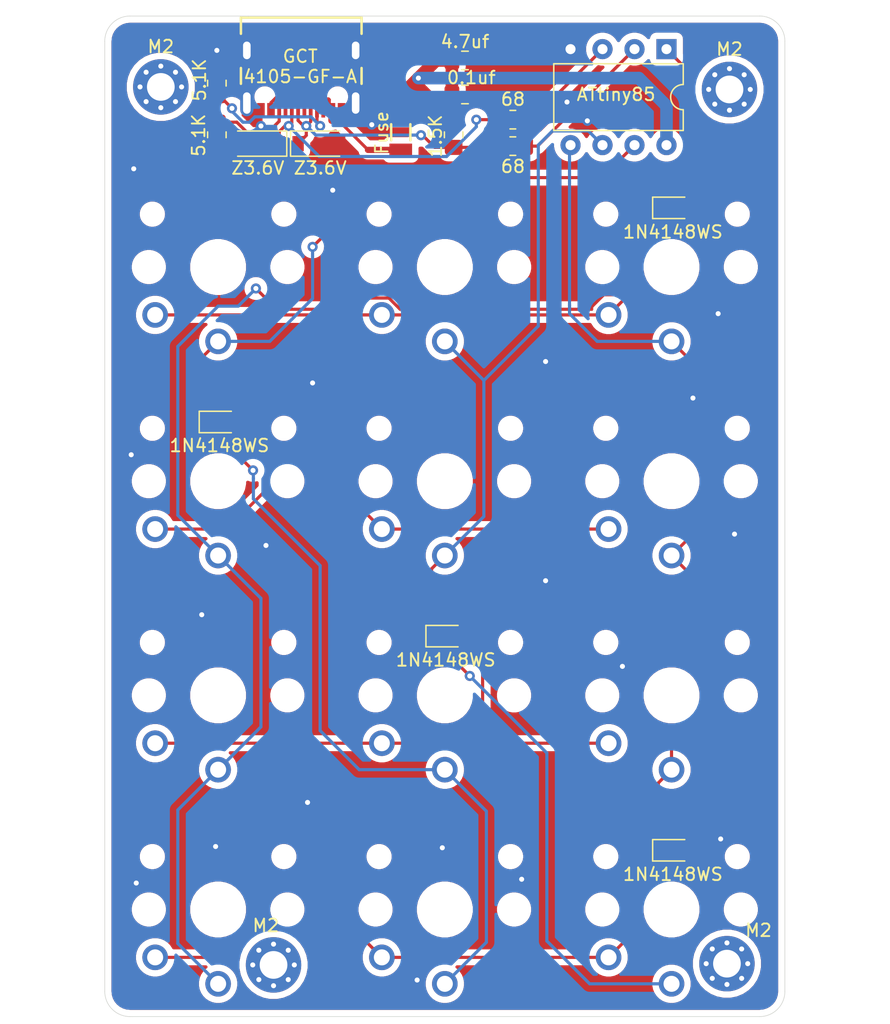
<source format=kicad_pcb>
(kicad_pcb (version 20171130) (host pcbnew "(5.1.10)-1")
  (layers (0 F.Cu signal) (31 B.Cu signal) (34 B.Paste user) (35 F.Paste user) (36 B.SilkS user) (37 F.SilkS user) (38 B.Mask user) (39 F.Mask user) (44 Edge.Cuts user))
  (net 0 "")
  (net 1 GND)
  (net 2 +5V)
  (net 3 "Net-(D3-Pad2)")
  (net 4 PB5)
  (net 5 "Net-(D4-Pad2)")
  (net 6 PB2)
  (net 7 "Net-(D5-Pad2)")
  (net 8 PB0)
  (net 9 "Net-(D6-Pad2)")
  (net 10 PB1)
  (net 11 PB3)
  (net 12 PB4)
  (net 13 D+)
  (net 14 D-)
  (net 15 VBUS)
  (net 16 "Net-(J1-PadA5)")
  (net 17 "Net-(J1-PadB5)")
  (module footprints:GCT_USB4105-GF-A (layer F.Cu) (at 67.9 91.5 180)
    (fp_text reference J1 hide)
    (fp_text value USB4105-GF-A)
    (fp_line (start -4.79 1.32) (end -4.79 2.6) (layer F.SilkS) (width 0.2))
    (fp_line (start -4.79 2.6) (end 4.79 2.6) (layer F.SilkS) (width 0.2))
    (fp_line (start 4.79 2.6) (end 4.79 1.32) (layer F.SilkS) (width 0.2))
    (fp_line (start -4.79 -2.65) (end -4.79 -1.4) (layer F.SilkS) (width 0.2))
    (fp_line (start 4.79 -2.65) (end 4.79 -1.4) (layer F.SilkS) (width 0.2))
    (pad B8 smd rect (at -1.75 -4.755 180) (size 0.3 1.15) (layers F.Cu F.Paste F.Mask))
    (pad A5 smd rect (at -1.25 -4.755 180) (size 0.3 1.15) (layers F.Cu F.Paste F.Mask) (net 16 "Net-(J1-PadA5)"))
    (pad B7 smd rect (at -0.75 -4.755 180) (size 0.3 1.15) (layers F.Cu F.Paste F.Mask) (net 14 D-))
    (pad B5 smd rect (at 1.75 -4.755 180) (size 0.3 1.15) (layers F.Cu F.Paste F.Mask) (net 17 "Net-(J1-PadB5)"))
    (pad A8 smd rect (at 1.25 -4.755 180) (size 0.3 1.15) (layers F.Cu F.Paste F.Mask))
    (pad B6 smd rect (at 0.75 -4.755 180) (size 0.3 1.15) (layers F.Cu F.Paste F.Mask) (net 13 D+))
    (pad A6 smd rect (at -0.25 -4.755 180) (size 0.3 1.15) (layers F.Cu F.Paste F.Mask) (net 13 D+))
    (pad A7 smd rect (at 0.25 -4.755 180) (size 0.3 1.15) (layers F.Cu F.Paste F.Mask) (net 14 D-))
    (pad B4_A9 smd rect (at 2.4 -4.755 180) (size 0.6 1.15) (layers F.Cu F.Paste F.Mask) (net 15 VBUS))
    (pad A4_B9 smd rect (at -2.4 -4.755 180) (size 0.6 1.15) (layers F.Cu F.Paste F.Mask) (net 15 VBUS))
    (pad B1_A12 smd rect (at 3.2 -4.755 180) (size 0.6 1.15) (layers F.Cu F.Paste F.Mask) (net 1 GND))
    (pad A1_B12 smd rect (at -3.2 -4.755 180) (size 0.6 1.15) (layers F.Cu F.Paste F.Mask) (net 1 GND))
    (pad None np_thru_hole circle (at -2.89 -3.68 180) (size 0.65 0.65) (drill 0.65) (layers *.Cu *.Mask))
    (pad None np_thru_hole circle (at 2.89 -3.68 180) (size 0.65 0.65) (drill 0.65) (layers *.Cu *.Mask))
    (pad S4 thru_hole oval (at 4.32 -4.18 180) (size 1.05 2.1) (drill oval 0.6 1.7) (layers *.Cu *.Mask) (net 1 GND))
    (pad S1 thru_hole oval (at -4.32 -4.18 180) (size 1.05 2.1) (drill oval 0.6 1.7) (layers *.Cu *.Mask) (net 1 GND))
    (pad S3 thru_hole oval (at 4.32 0 180) (size 1 2) (drill oval 0.6 1.4) (layers *.Cu *.Mask) (net 1 GND))
    (pad S2 thru_hole oval (at -4.32 0 180) (size 1 2) (drill oval 0.6 1.4) (layers *.Cu *.Mask) (net 1 GND))
  )
  (module MountingHole:MountingHole_2.2mm_M2_Pad_Via (layer F.Cu) (at 65.7 164.1)
    (fp_text reference M2 (at -0.6125 -3.1275) (layer F.SilkS))
    (fp_text value MountingHole_2.2mm_M2_Pad_Via)
    (pad 1 thru_hole circle (at 0 0) (size 4.4 4.4) (drill 2.2) (layers *.Cu *.Mask))
    (pad 1 thru_hole circle (at 1.65 0) (size 0.7 0.7) (drill 0.4) (layers *.Cu *.Mask))
    (pad 1 thru_hole circle (at 1.166726 1.166726) (size 0.7 0.7) (drill 0.4) (layers *.Cu *.Mask))
    (pad 1 thru_hole circle (at 0 1.65) (size 0.7 0.7) (drill 0.4) (layers *.Cu *.Mask))
    (pad 1 thru_hole circle (at -1.166726 1.166726) (size 0.7 0.7) (drill 0.4) (layers *.Cu *.Mask))
    (pad 1 thru_hole circle (at -1.65 0) (size 0.7 0.7) (drill 0.4) (layers *.Cu *.Mask))
    (pad 1 thru_hole circle (at -1.166726 -1.166726) (size 0.7 0.7) (drill 0.4) (layers *.Cu *.Mask))
    (pad 1 thru_hole circle (at 0 -1.65) (size 0.7 0.7) (drill 0.4) (layers *.Cu *.Mask))
    (pad 1 thru_hole circle (at 1.166726 -1.166726) (size 0.7 0.7) (drill 0.4) (layers *.Cu *.Mask))
  )
  (module MountingHole:MountingHole_2.2mm_M2_Pad_Via (layer F.Cu) (at 101.9 94.6)
    (fp_text reference M2 (at 0 -3.2) (layer F.SilkS))
    (fp_text value MountingHole_2.2mm_M2_Pad_Via)
    (pad 1 thru_hole circle (at 1.166726 -1.166726) (size 0.7 0.7) (drill 0.4) (layers *.Cu *.Mask))
    (pad 1 thru_hole circle (at 0 -1.65) (size 0.7 0.7) (drill 0.4) (layers *.Cu *.Mask))
    (pad 1 thru_hole circle (at -1.166726 -1.166726) (size 0.7 0.7) (drill 0.4) (layers *.Cu *.Mask))
    (pad 1 thru_hole circle (at -1.65 0) (size 0.7 0.7) (drill 0.4) (layers *.Cu *.Mask))
    (pad 1 thru_hole circle (at -1.166726 1.166726) (size 0.7 0.7) (drill 0.4) (layers *.Cu *.Mask))
    (pad 1 thru_hole circle (at 0 1.65) (size 0.7 0.7) (drill 0.4) (layers *.Cu *.Mask))
    (pad 1 thru_hole circle (at 1.166726 1.166726) (size 0.7 0.7) (drill 0.4) (layers *.Cu *.Mask))
    (pad 1 thru_hole circle (at 1.65 0) (size 0.7 0.7) (drill 0.4) (layers *.Cu *.Mask))
    (pad 1 thru_hole circle (at 0 0) (size 4.4 4.4) (drill 2.2) (layers *.Cu *.Mask))
  )
  (module MountingHole:MountingHole_2.2mm_M2_Pad_Via (layer F.Cu) (at 101.7 164)
    (fp_text reference M2 (at 2.5035 -2.6465) (layer F.SilkS))
    (fp_text value MountingHole_2.2mm_M2_Pad_Via)
    (pad 1 thru_hole circle (at 0 0) (size 4.4 4.4) (drill 2.2) (layers *.Cu *.Mask))
    (pad 1 thru_hole circle (at 1.65 0) (size 0.7 0.7) (drill 0.4) (layers *.Cu *.Mask))
    (pad 1 thru_hole circle (at 1.166726 1.166726) (size 0.7 0.7) (drill 0.4) (layers *.Cu *.Mask))
    (pad 1 thru_hole circle (at 0 1.65) (size 0.7 0.7) (drill 0.4) (layers *.Cu *.Mask))
    (pad 1 thru_hole circle (at -1.166726 1.166726) (size 0.7 0.7) (drill 0.4) (layers *.Cu *.Mask))
    (pad 1 thru_hole circle (at -1.65 0) (size 0.7 0.7) (drill 0.4) (layers *.Cu *.Mask))
    (pad 1 thru_hole circle (at -1.166726 -1.166726) (size 0.7 0.7) (drill 0.4) (layers *.Cu *.Mask))
    (pad 1 thru_hole circle (at 0 -1.65) (size 0.7 0.7) (drill 0.4) (layers *.Cu *.Mask))
    (pad 1 thru_hole circle (at 1.166726 -1.166726) (size 0.7 0.7) (drill 0.4) (layers *.Cu *.Mask))
  )
  (module MountingHole:MountingHole_2.2mm_M2_Pad_Via (layer F.Cu) (at 56.75 94.4)
    (fp_text reference M2 (at 0 -3.2) (layer F.SilkS))
    (fp_text value MountingHole_2.2mm_M2_Pad_Via)
    (pad 1 thru_hole circle (at 1.166726 -1.166726) (size 0.7 0.7) (drill 0.4) (layers *.Cu *.Mask))
    (pad 1 thru_hole circle (at 0 -1.65) (size 0.7 0.7) (drill 0.4) (layers *.Cu *.Mask))
    (pad 1 thru_hole circle (at -1.166726 -1.166726) (size 0.7 0.7) (drill 0.4) (layers *.Cu *.Mask))
    (pad 1 thru_hole circle (at -1.65 0) (size 0.7 0.7) (drill 0.4) (layers *.Cu *.Mask))
    (pad 1 thru_hole circle (at -1.166726 1.166726) (size 0.7 0.7) (drill 0.4) (layers *.Cu *.Mask))
    (pad 1 thru_hole circle (at 0 1.65) (size 0.7 0.7) (drill 0.4) (layers *.Cu *.Mask))
    (pad 1 thru_hole circle (at 1.166726 1.166726) (size 0.7 0.7) (drill 0.4) (layers *.Cu *.Mask))
    (pad 1 thru_hole circle (at 1.65 0) (size 0.7 0.7) (drill 0.4) (layers *.Cu *.Mask))
    (pad 1 thru_hole circle (at 0 0) (size 4.4 4.4) (drill 2.2) (layers *.Cu *.Mask))
  )
  (module footprints:PTC_1206 (layer F.Cu) (at 75.8 98 90)
    (fp_text reference F1 hide)
    (fp_text value 1206L050YR)
    (fp_line (start -0.635 -0.762) (end 0.635 -0.762) (layer F.SilkS) (width 0.2032))
    (fp_line (start 0.635 0.762) (end -0.635 0.762) (layer F.SilkS) (width 0.2032))
    (pad 2 smd rect (at 1.4 0 90) (size 1 1.8) (layers F.Cu F.Paste F.Mask) (net 2 +5V))
    (pad 1 smd rect (at -1.4 0 90) (size 1 1.8) (layers F.Cu F.Paste F.Mask) (net 15 VBUS))
  )
  (module Resistor_SMD:R_0805_2012Metric_Pad1.20x1.40mm_HandSolder (layer F.Cu) (at 61.2 98.2 90)
    (fp_text reference R5 hide)
    (fp_text value 5.1K)
    (fp_line (start -0.227064 -0.735) (end 0.227064 -0.735) (layer F.SilkS) (width 0.12))
    (fp_line (start -0.227064 0.735) (end 0.227064 0.735) (layer F.SilkS) (width 0.12))
    (pad 2 smd roundrect (at 1 0 90) (size 1.2 1.4) (layers F.Cu F.Paste F.Mask) (roundrect_rratio 0.2083325) (net 17 "Net-(J1-PadB5)"))
    (pad 1 smd roundrect (at -1 0 90) (size 1.2 1.4) (layers F.Cu F.Paste F.Mask) (roundrect_rratio 0.2083325) (net 1 GND))
  )
  (module Resistor_SMD:R_0805_2012Metric_Pad1.20x1.40mm_HandSolder (layer F.Cu) (at 61.2 94.1 90)
    (fp_text reference R4 hide)
    (fp_text value 5.1K)
    (fp_line (start -0.227064 -0.735) (end 0.227064 -0.735) (layer F.SilkS) (width 0.12))
    (fp_line (start -0.227064 0.735) (end 0.227064 0.735) (layer F.SilkS) (width 0.12))
    (pad 2 smd roundrect (at 1 0 90) (size 1.2 1.4) (layers F.Cu F.Paste F.Mask) (roundrect_rratio 0.2083325) (net 1 GND))
    (pad 1 smd roundrect (at -1 0 90) (size 1.2 1.4) (layers F.Cu F.Paste F.Mask) (roundrect_rratio 0.2083325) (net 16 "Net-(J1-PadA5)"))
  )
  (module Diode_SMD:D_SOD-123 (layer F.Cu) (at 69.3 98.9)
    (fp_text reference D2 hide)
    (fp_text value 3.6V)
    (fp_line (start -2.25 -1) (end -2.25 1) (layer F.SilkS) (width 0.12))
    (fp_line (start -2.25 1) (end 1.65 1) (layer F.SilkS) (width 0.12))
    (fp_line (start -2.25 -1) (end 1.65 -1) (layer F.SilkS) (width 0.12))
    (pad 2 smd rect (at 1.65 0) (size 0.9 1.2) (layers F.Cu F.Paste F.Mask) (net 1 GND))
    (pad 1 smd rect (at -1.65 0) (size 0.9 1.2) (layers F.Cu F.Paste F.Mask) (net 14 D-))
  )
  (module Diode_SMD:D_SOD-123 (layer F.Cu) (at 64.5 98.9 180)
    (fp_text reference D1 hide)
    (fp_text value 3.6V)
    (fp_line (start -2.25 -1) (end -2.25 1) (layer F.SilkS) (width 0.12))
    (fp_line (start -2.25 1) (end 1.65 1) (layer F.SilkS) (width 0.12))
    (fp_line (start -2.25 -1) (end 1.65 -1) (layer F.SilkS) (width 0.12))
    (pad 2 smd rect (at 1.65 0 180) (size 0.9 1.2) (layers F.Cu F.Paste F.Mask) (net 1 GND))
    (pad 1 smd rect (at -1.65 0 180) (size 0.9 1.2) (layers F.Cu F.Paste F.Mask) (net 13 D+))
  )
  (module footprints:SW_PG1350_single_b2 (layer F.Cu) (at 79.3 142.7)
    (fp_text reference SW8)
    (fp_text value SW_PUSH)
    (pad "" np_thru_hole circle (at -5.5 0) (size 1.7018 1.7018) (drill 1.7018) (layers *.Cu *.Mask))
    (pad "" np_thru_hole circle (at 5.5 0) (size 1.7018 1.7018) (drill 1.7018) (layers *.Cu *.Mask))
    (pad "" np_thru_hole circle (at 5.22 -4.2) (size 0.9906 0.9906) (drill 0.9906) (layers *.Cu *.Mask))
    (pad 1 thru_hole circle (at 0 5.9) (size 2.032 2.032) (drill 1.27) (layers *.Cu *.Mask) (net 6 PB2))
    (pad 2 thru_hole circle (at -5 3.8) (size 2.032 2.032) (drill 1.27) (layers *.Cu *.Mask) (net 7 "Net-(D5-Pad2)"))
    (pad "" np_thru_hole circle (at 0 0) (size 3.429 3.429) (drill 3.429) (layers *.Cu *.Mask))
    (pad "" np_thru_hole circle (at -5.22 -4.2) (size 0.9906 0.9906) (drill 0.9906) (layers *.Cu *.Mask))
  )
  (module footprints:SW_PG1350_single_b2 (layer F.Cu) (at 97.3 142.7)
    (fp_text reference SW9)
    (fp_text value SW_PUSH)
    (pad "" np_thru_hole circle (at -5.5 0) (size 1.7018 1.7018) (drill 1.7018) (layers *.Cu *.Mask))
    (pad "" np_thru_hole circle (at 5.5 0) (size 1.7018 1.7018) (drill 1.7018) (layers *.Cu *.Mask))
    (pad "" np_thru_hole circle (at 5.22 -4.2) (size 0.9906 0.9906) (drill 0.9906) (layers *.Cu *.Mask))
    (pad 1 thru_hole circle (at 0 5.9) (size 2.032 2.032) (drill 1.27) (layers *.Cu *.Mask) (net 8 PB0))
    (pad 2 thru_hole circle (at -5 3.8) (size 2.032 2.032) (drill 1.27) (layers *.Cu *.Mask) (net 7 "Net-(D5-Pad2)"))
    (pad "" np_thru_hole circle (at 0 0) (size 3.429 3.429) (drill 3.429) (layers *.Cu *.Mask))
    (pad "" np_thru_hole circle (at -5.22 -4.2) (size 0.9906 0.9906) (drill 0.9906) (layers *.Cu *.Mask))
  )
  (module Package_DIP:DIP-8_W7.62mm (layer F.Cu) (at 96.9 91.4 270)
    (fp_text reference U1 hide)
    (fp_text value ATtiny85-20PU)
    (fp_line (start 6.46 -1.33) (end 4.81 -1.33) (layer F.SilkS) (width 0.12))
    (fp_line (start 6.46 8.95) (end 6.46 -1.33) (layer F.SilkS) (width 0.12))
    (fp_line (start 1.16 8.95) (end 6.46 8.95) (layer F.SilkS) (width 0.12))
    (fp_line (start 1.16 -1.33) (end 1.16 8.95) (layer F.SilkS) (width 0.12))
    (fp_line (start 2.81 -1.33) (end 1.16 -1.33) (layer F.SilkS) (width 0.12))
    (fp_arc (start 3.81 -1.33) (end 2.81 -1.33) (angle -180) (layer F.SilkS) (width 0.12))
    (pad 8 thru_hole oval (at 7.62 0 270) (size 1.6 1.6) (drill 0.8) (layers *.Cu *.Mask) (net 2 +5V))
    (pad 4 thru_hole oval (at 0 7.62 270) (size 1.6 1.6) (drill 0.8) (layers *.Cu *.Mask) (net 1 GND))
    (pad 7 thru_hole oval (at 7.62 2.54 270) (size 1.6 1.6) (drill 0.8) (layers *.Cu *.Mask) (net 6 PB2))
    (pad 3 thru_hole oval (at 0 5.08 270) (size 1.6 1.6) (drill 0.8) (layers *.Cu *.Mask) (net 12 PB4))
    (pad 6 thru_hole oval (at 7.62 5.08 270) (size 1.6 1.6) (drill 0.8) (layers *.Cu *.Mask) (net 10 PB1))
    (pad 2 thru_hole oval (at 0 2.54 270) (size 1.6 1.6) (drill 0.8) (layers *.Cu *.Mask) (net 11 PB3))
    (pad 5 thru_hole oval (at 7.62 7.62 270) (size 1.6 1.6) (drill 0.8) (layers *.Cu *.Mask) (net 8 PB0))
    (pad 1 thru_hole rect (at 0 0 270) (size 1.6 1.6) (drill 0.8) (layers *.Cu *.Mask) (net 4 PB5))
  )
  (module footprints:SW_PG1350_single_b2 (layer F.Cu) (at 97.3 159.7)
    (fp_text reference SW12)
    (fp_text value SW_PUSH)
    (pad "" np_thru_hole circle (at -5.5 0) (size 1.7018 1.7018) (drill 1.7018) (layers *.Cu *.Mask))
    (pad "" np_thru_hole circle (at 5.5 0) (size 1.7018 1.7018) (drill 1.7018) (layers *.Cu *.Mask))
    (pad "" np_thru_hole circle (at 5.22 -4.2) (size 0.9906 0.9906) (drill 0.9906) (layers *.Cu *.Mask))
    (pad 1 thru_hole circle (at 0 5.9) (size 2.032 2.032) (drill 1.27) (layers *.Cu *.Mask) (net 10 PB1))
    (pad 2 thru_hole circle (at -5 3.8) (size 2.032 2.032) (drill 1.27) (layers *.Cu *.Mask) (net 9 "Net-(D6-Pad2)"))
    (pad "" np_thru_hole circle (at 0 0) (size 3.429 3.429) (drill 3.429) (layers *.Cu *.Mask))
    (pad "" np_thru_hole circle (at -5.22 -4.2) (size 0.9906 0.9906) (drill 0.9906) (layers *.Cu *.Mask))
  )
  (module footprints:SW_PG1350_single_b2 (layer F.Cu) (at 79.3 159.7)
    (fp_text reference SW11)
    (fp_text value SW_PUSH)
    (pad "" np_thru_hole circle (at -5.5 0) (size 1.7018 1.7018) (drill 1.7018) (layers *.Cu *.Mask))
    (pad "" np_thru_hole circle (at 5.5 0) (size 1.7018 1.7018) (drill 1.7018) (layers *.Cu *.Mask))
    (pad "" np_thru_hole circle (at 5.22 -4.2) (size 0.9906 0.9906) (drill 0.9906) (layers *.Cu *.Mask))
    (pad 1 thru_hole circle (at 0 5.9) (size 2.032 2.032) (drill 1.27) (layers *.Cu *.Mask) (net 6 PB2))
    (pad 2 thru_hole circle (at -5 3.8) (size 2.032 2.032) (drill 1.27) (layers *.Cu *.Mask) (net 9 "Net-(D6-Pad2)"))
    (pad "" np_thru_hole circle (at 0 0) (size 3.429 3.429) (drill 3.429) (layers *.Cu *.Mask))
    (pad "" np_thru_hole circle (at -5.22 -4.2) (size 0.9906 0.9906) (drill 0.9906) (layers *.Cu *.Mask))
  )
  (module footprints:SW_PG1350_single_b2 (layer F.Cu) (at 61.3 159.7)
    (fp_text reference SW10)
    (fp_text value SW_PUSH)
    (pad "" np_thru_hole circle (at -5.5 0) (size 1.7018 1.7018) (drill 1.7018) (layers *.Cu *.Mask))
    (pad "" np_thru_hole circle (at 5.5 0) (size 1.7018 1.7018) (drill 1.7018) (layers *.Cu *.Mask))
    (pad "" np_thru_hole circle (at 5.22 -4.2) (size 0.9906 0.9906) (drill 0.9906) (layers *.Cu *.Mask))
    (pad 1 thru_hole circle (at 0 5.9) (size 2.032 2.032) (drill 1.27) (layers *.Cu *.Mask) (net 4 PB5))
    (pad 2 thru_hole circle (at -5 3.8) (size 2.032 2.032) (drill 1.27) (layers *.Cu *.Mask) (net 9 "Net-(D6-Pad2)"))
    (pad "" np_thru_hole circle (at 0 0) (size 3.429 3.429) (drill 3.429) (layers *.Cu *.Mask))
    (pad "" np_thru_hole circle (at -5.22 -4.2) (size 0.9906 0.9906) (drill 0.9906) (layers *.Cu *.Mask))
  )
  (module footprints:SW_PG1350_single_b2 (layer F.Cu) (at 61.3 142.7)
    (fp_text reference SW7)
    (fp_text value SW_PUSH)
    (pad "" np_thru_hole circle (at -5.5 0) (size 1.7018 1.7018) (drill 1.7018) (layers *.Cu *.Mask))
    (pad "" np_thru_hole circle (at 5.5 0) (size 1.7018 1.7018) (drill 1.7018) (layers *.Cu *.Mask))
    (pad "" np_thru_hole circle (at 5.22 -4.2) (size 0.9906 0.9906) (drill 0.9906) (layers *.Cu *.Mask))
    (pad 1 thru_hole circle (at 0 5.9) (size 2.032 2.032) (drill 1.27) (layers *.Cu *.Mask) (net 4 PB5))
    (pad 2 thru_hole circle (at -5 3.8) (size 2.032 2.032) (drill 1.27) (layers *.Cu *.Mask) (net 7 "Net-(D5-Pad2)"))
    (pad "" np_thru_hole circle (at 0 0) (size 3.429 3.429) (drill 3.429) (layers *.Cu *.Mask))
    (pad "" np_thru_hole circle (at -5.22 -4.2) (size 0.9906 0.9906) (drill 0.9906) (layers *.Cu *.Mask))
  )
  (module footprints:SW_PG1350_single_b2 (layer F.Cu) (at 97.3 125.7)
    (fp_text reference SW6)
    (fp_text value SW_PUSH)
    (pad "" np_thru_hole circle (at -5.5 0) (size 1.7018 1.7018) (drill 1.7018) (layers *.Cu *.Mask))
    (pad "" np_thru_hole circle (at 5.5 0) (size 1.7018 1.7018) (drill 1.7018) (layers *.Cu *.Mask))
    (pad "" np_thru_hole circle (at 5.22 -4.2) (size 0.9906 0.9906) (drill 0.9906) (layers *.Cu *.Mask))
    (pad 1 thru_hole circle (at 0 5.9) (size 2.032 2.032) (drill 1.27) (layers *.Cu *.Mask) (net 8 PB0))
    (pad 2 thru_hole circle (at -5 3.8) (size 2.032 2.032) (drill 1.27) (layers *.Cu *.Mask) (net 5 "Net-(D4-Pad2)"))
    (pad "" np_thru_hole circle (at 0 0) (size 3.429 3.429) (drill 3.429) (layers *.Cu *.Mask))
    (pad "" np_thru_hole circle (at -5.22 -4.2) (size 0.9906 0.9906) (drill 0.9906) (layers *.Cu *.Mask))
  )
  (module footprints:SW_PG1350_single_b2 (layer F.Cu) (at 79.3 125.7)
    (fp_text reference SW5)
    (fp_text value SW_PUSH)
    (pad "" np_thru_hole circle (at -5.5 0) (size 1.7018 1.7018) (drill 1.7018) (layers *.Cu *.Mask))
    (pad "" np_thru_hole circle (at 5.5 0) (size 1.7018 1.7018) (drill 1.7018) (layers *.Cu *.Mask))
    (pad "" np_thru_hole circle (at 5.22 -4.2) (size 0.9906 0.9906) (drill 0.9906) (layers *.Cu *.Mask))
    (pad 1 thru_hole circle (at 0 5.9) (size 2.032 2.032) (drill 1.27) (layers *.Cu *.Mask) (net 10 PB1))
    (pad 2 thru_hole circle (at -5 3.8) (size 2.032 2.032) (drill 1.27) (layers *.Cu *.Mask) (net 5 "Net-(D4-Pad2)"))
    (pad "" np_thru_hole circle (at 0 0) (size 3.429 3.429) (drill 3.429) (layers *.Cu *.Mask))
    (pad "" np_thru_hole circle (at -5.22 -4.2) (size 0.9906 0.9906) (drill 0.9906) (layers *.Cu *.Mask))
  )
  (module footprints:SW_PG1350_single_b2 (layer F.Cu) (at 61.3 125.7)
    (fp_text reference SW4)
    (fp_text value SW_PUSH)
    (pad "" np_thru_hole circle (at -5.5 0) (size 1.7018 1.7018) (drill 1.7018) (layers *.Cu *.Mask))
    (pad "" np_thru_hole circle (at 5.5 0) (size 1.7018 1.7018) (drill 1.7018) (layers *.Cu *.Mask))
    (pad "" np_thru_hole circle (at 5.22 -4.2) (size 0.9906 0.9906) (drill 0.9906) (layers *.Cu *.Mask))
    (pad 1 thru_hole circle (at 0 5.9) (size 2.032 2.032) (drill 1.27) (layers *.Cu *.Mask) (net 4 PB5))
    (pad 2 thru_hole circle (at -5 3.8) (size 2.032 2.032) (drill 1.27) (layers *.Cu *.Mask) (net 5 "Net-(D4-Pad2)"))
    (pad "" np_thru_hole circle (at 0 0) (size 3.429 3.429) (drill 3.429) (layers *.Cu *.Mask))
    (pad "" np_thru_hole circle (at -5.22 -4.2) (size 0.9906 0.9906) (drill 0.9906) (layers *.Cu *.Mask))
  )
  (module footprints:SW_PG1350_single_b2 (layer F.Cu) (at 97.3 108.7)
    (fp_text reference SW3)
    (fp_text value SW_PUSH)
    (pad "" np_thru_hole circle (at -5.5 0) (size 1.7018 1.7018) (drill 1.7018) (layers *.Cu *.Mask))
    (pad "" np_thru_hole circle (at 5.5 0) (size 1.7018 1.7018) (drill 1.7018) (layers *.Cu *.Mask))
    (pad "" np_thru_hole circle (at 5.22 -4.2) (size 0.9906 0.9906) (drill 0.9906) (layers *.Cu *.Mask))
    (pad 1 thru_hole circle (at 0 5.9) (size 2.032 2.032) (drill 1.27) (layers *.Cu *.Mask) (net 8 PB0))
    (pad 2 thru_hole circle (at -5 3.8) (size 2.032 2.032) (drill 1.27) (layers *.Cu *.Mask) (net 3 "Net-(D3-Pad2)"))
    (pad "" np_thru_hole circle (at 0 0) (size 3.429 3.429) (drill 3.429) (layers *.Cu *.Mask))
    (pad "" np_thru_hole circle (at -5.22 -4.2) (size 0.9906 0.9906) (drill 0.9906) (layers *.Cu *.Mask))
  )
  (module footprints:SW_PG1350_single_b2 (layer F.Cu) (at 79.3 108.7)
    (fp_text reference SW2)
    (fp_text value SW_PUSH)
    (pad "" np_thru_hole circle (at -5.5 0) (size 1.7018 1.7018) (drill 1.7018) (layers *.Cu *.Mask))
    (pad "" np_thru_hole circle (at 5.5 0) (size 1.7018 1.7018) (drill 1.7018) (layers *.Cu *.Mask))
    (pad "" np_thru_hole circle (at 5.22 -4.2) (size 0.9906 0.9906) (drill 0.9906) (layers *.Cu *.Mask))
    (pad 1 thru_hole circle (at 0 5.9) (size 2.032 2.032) (drill 1.27) (layers *.Cu *.Mask) (net 10 PB1))
    (pad 2 thru_hole circle (at -5 3.8) (size 2.032 2.032) (drill 1.27) (layers *.Cu *.Mask) (net 3 "Net-(D3-Pad2)"))
    (pad "" np_thru_hole circle (at 0 0) (size 3.429 3.429) (drill 3.429) (layers *.Cu *.Mask))
    (pad "" np_thru_hole circle (at -5.22 -4.2) (size 0.9906 0.9906) (drill 0.9906) (layers *.Cu *.Mask))
  )
  (module footprints:SW_PG1350_single_b2 (layer F.Cu) (at 61.3 108.7)
    (fp_text reference SW1)
    (fp_text value SW_PUSH)
    (pad "" np_thru_hole circle (at -5.5 0) (size 1.7018 1.7018) (drill 1.7018) (layers *.Cu *.Mask))
    (pad "" np_thru_hole circle (at 5.5 0) (size 1.7018 1.7018) (drill 1.7018) (layers *.Cu *.Mask))
    (pad "" np_thru_hole circle (at 5.22 -4.2) (size 0.9906 0.9906) (drill 0.9906) (layers *.Cu *.Mask))
    (pad 1 thru_hole circle (at 0 5.9) (size 2.032 2.032) (drill 1.27) (layers *.Cu *.Mask) (net 6 PB2))
    (pad 2 thru_hole circle (at -5 3.8) (size 2.032 2.032) (drill 1.27) (layers *.Cu *.Mask) (net 3 "Net-(D3-Pad2)"))
    (pad "" np_thru_hole circle (at 0 0) (size 3.429 3.429) (drill 3.429) (layers *.Cu *.Mask))
    (pad "" np_thru_hole circle (at -5.22 -4.2) (size 0.9906 0.9906) (drill 0.9906) (layers *.Cu *.Mask))
  )
  (module Resistor_SMD:R_0805_2012Metric_Pad1.20x1.40mm_HandSolder (layer F.Cu) (at 84.7 97 180)
    (fp_text reference R2 hide)
    (fp_text value 68)
    (fp_line (start -0.227064 0.735) (end 0.227064 0.735) (layer F.SilkS) (width 0.12))
    (fp_line (start -0.227064 -0.735) (end 0.227064 -0.735) (layer F.SilkS) (width 0.12))
    (pad 2 smd roundrect (at 1 0 180) (size 1.2 1.4) (layers F.Cu F.Paste F.Mask) (roundrect_rratio 0.2083325) (net 13 D+))
    (pad 1 smd roundrect (at -1 0 180) (size 1.2 1.4) (layers F.Cu F.Paste F.Mask) (roundrect_rratio 0.2083325) (net 12 PB4))
  )
  (module Resistor_SMD:R_0805_2012Metric_Pad1.20x1.40mm_HandSolder (layer F.Cu) (at 84.7 99.1 180)
    (fp_text reference R3 hide)
    (fp_text value 68)
    (fp_line (start -0.227064 0.735) (end 0.227064 0.735) (layer F.SilkS) (width 0.12))
    (fp_line (start -0.227064 -0.735) (end 0.227064 -0.735) (layer F.SilkS) (width 0.12))
    (pad 2 smd roundrect (at 1 0 180) (size 1.2 1.4) (layers F.Cu F.Paste F.Mask) (roundrect_rratio 0.2083325) (net 14 D-))
    (pad 1 smd roundrect (at -1 0 180) (size 1.2 1.4) (layers F.Cu F.Paste F.Mask) (roundrect_rratio 0.2083325) (net 11 PB3))
  )
  (module Resistor_SMD:R_0805_2012Metric_Pad1.20x1.40mm_HandSolder (layer F.Cu) (at 80 98.2 90)
    (fp_text reference R1 hide)
    (fp_text value 1.5K)
    (fp_line (start -0.227064 0.735) (end 0.227064 0.735) (layer F.SilkS) (width 0.12))
    (fp_line (start -0.227064 -0.735) (end 0.227064 -0.735) (layer F.SilkS) (width 0.12))
    (pad 2 smd roundrect (at 1 0 90) (size 1.2 1.4) (layers F.Cu F.Paste F.Mask) (roundrect_rratio 0.2083325) (net 2 +5V))
    (pad 1 smd roundrect (at -1 0 90) (size 1.2 1.4) (layers F.Cu F.Paste F.Mask) (roundrect_rratio 0.2083325) (net 14 D-))
  )
  (module Diode_SMD:D_SOD-323 (layer F.Cu) (at 97.3 155)
    (fp_text reference D6 hide)
    (fp_text value 1N4148WS)
    (fp_line (start -1.5 -0.85) (end 1.05 -0.85) (layer F.SilkS) (width 0.12))
    (fp_line (start -1.5 0.85) (end 1.05 0.85) (layer F.SilkS) (width 0.12))
    (fp_line (start -1.5 -0.85) (end -1.5 0.85) (layer F.SilkS) (width 0.12))
    (pad 2 smd rect (at 1.05 0) (size 0.6 0.45) (layers F.Cu F.Paste F.Mask) (net 9 "Net-(D6-Pad2)"))
    (pad 1 smd rect (at -1.05 0) (size 0.6 0.45) (layers F.Cu F.Paste F.Mask) (net 8 PB0))
  )
  (module Diode_SMD:D_SOD-323 (layer F.Cu) (at 79.3 138)
    (fp_text reference D5 hide)
    (fp_text value 1N4148WS)
    (fp_line (start -1.5 -0.85) (end 1.05 -0.85) (layer F.SilkS) (width 0.12))
    (fp_line (start -1.5 0.85) (end 1.05 0.85) (layer F.SilkS) (width 0.12))
    (fp_line (start -1.5 -0.85) (end -1.5 0.85) (layer F.SilkS) (width 0.12))
    (pad 2 smd rect (at 1.05 0) (size 0.6 0.45) (layers F.Cu F.Paste F.Mask) (net 7 "Net-(D5-Pad2)"))
    (pad 1 smd rect (at -1.05 0) (size 0.6 0.45) (layers F.Cu F.Paste F.Mask) (net 10 PB1))
  )
  (module Diode_SMD:D_SOD-323 (layer F.Cu) (at 61.3 121)
    (fp_text reference D4 hide)
    (fp_text value 1N4148WS)
    (fp_line (start -1.5 -0.85) (end 1.05 -0.85) (layer F.SilkS) (width 0.12))
    (fp_line (start -1.5 0.85) (end 1.05 0.85) (layer F.SilkS) (width 0.12))
    (fp_line (start -1.5 -0.85) (end -1.5 0.85) (layer F.SilkS) (width 0.12))
    (pad 2 smd rect (at 1.05 0) (size 0.6 0.45) (layers F.Cu F.Paste F.Mask) (net 5 "Net-(D4-Pad2)"))
    (pad 1 smd rect (at -1.05 0) (size 0.6 0.45) (layers F.Cu F.Paste F.Mask) (net 6 PB2))
  )
  (module Diode_SMD:D_SOD-323 (layer F.Cu) (at 97.3 104)
    (fp_text reference D3 hide)
    (fp_text value 1N4148WS)
    (fp_line (start -1.5 -0.85) (end 1.05 -0.85) (layer F.SilkS) (width 0.12))
    (fp_line (start -1.5 0.85) (end 1.05 0.85) (layer F.SilkS) (width 0.12))
    (fp_line (start -1.5 -0.85) (end -1.5 0.85) (layer F.SilkS) (width 0.12))
    (pad 2 smd rect (at 1.05 0) (size 0.6 0.45) (layers F.Cu F.Paste F.Mask) (net 3 "Net-(D3-Pad2)"))
    (pad 1 smd rect (at -1.05 0) (size 0.6 0.45) (layers F.Cu F.Paste F.Mask) (net 4 PB5))
  )
  (module Capacitor_SMD:C_0805_2012Metric_Pad1.18x1.45mm_HandSolder (layer F.Cu) (at 80.9 95)
    (fp_text reference C2 hide)
    (fp_text value 0.1uf)
    (fp_line (start -0.261252 0.735) (end 0.261252 0.735) (layer F.SilkS) (width 0.12))
    (fp_line (start -0.261252 -0.735) (end 0.261252 -0.735) (layer F.SilkS) (width 0.12))
    (pad 2 smd roundrect (at 1.0375 0) (size 1.175 1.45) (layers F.Cu F.Paste F.Mask) (roundrect_rratio 0.2127659574468085) (net 1 GND))
    (pad 1 smd roundrect (at -1.0375 0) (size 1.175 1.45) (layers F.Cu F.Paste F.Mask) (roundrect_rratio 0.2127659574468085) (net 2 +5V))
  )
  (module Capacitor_SMD:C_0805_2012Metric_Pad1.18x1.45mm_HandSolder (layer F.Cu) (at 80.9 92.3)
    (fp_text reference C1 hide)
    (fp_text value 4.7uf)
    (fp_line (start -0.261252 0.735) (end 0.261252 0.735) (layer F.SilkS) (width 0.12))
    (fp_line (start -0.261252 -0.735) (end 0.261252 -0.735) (layer F.SilkS) (width 0.12))
    (pad 2 smd roundrect (at 1.0375 0) (size 1.175 1.45) (layers F.Cu F.Paste F.Mask) (roundrect_rratio 0.2127659574468085) (net 1 GND))
    (pad 1 smd roundrect (at -1.0375 0) (size 1.175 1.45) (layers F.Cu F.Paste F.Mask) (roundrect_rratio 0.2127659574468085) (net 2 +5V))
  )
  (gr_text 1N4148WS (at 97.409 105.918) (layer F.SilkS) (effects (font (size 1 1))))
  (gr_text 1N4148WS (at 61.4045 122.8725) (layer F.SilkS) (effects (font (size 1 1))))
  (gr_text 1N4148WS (at 79.375 139.8905) (layer F.SilkS) (effects (font (size 1 1))))
  (gr_text 1N4148WS (at 97.409 156.9085) (layer F.SilkS) (effects (font (size 1 1))))
  (gr_text Z3.6V (at 69.4055 100.838) (layer F.SilkS) (effects (font (size 1 1))))
  (gr_text Z3.6V (at 64.4525 100.838) (layer F.SilkS) (effects (font (size 1 1))))
  (gr_text Fuse (at 74.295 98.044 90) (layer F.SilkS) (effects (font (size 1 1))))
  (gr_text 1.5K (at 78.5495 98.298 90) (layer F.SilkS) (effects (font (size 1 1))))
  (gr_text 68 (at 84.709 100.711) (layer F.SilkS) (effects (font (size 1 1))))
  (gr_text 68 (at 84.709 95.377) (layer F.SilkS) (effects (font (size 1 1))))
  (gr_text 0.1uf (at 81.407 93.6625) (layer F.SilkS) (effects (font (size 1 1))))
  (gr_text 4.7uf (at 80.899 90.805) (layer F.SilkS) (effects (font (size 1 1))))
  (gr_text 5.1K (at 59.7535 98.2345 90) (layer F.SilkS) (effects (font (size 1 1))))
  (gr_text 5.1K (at 59.817 93.853 90) (layer F.SilkS) (effects (font (size 1 1))))
  (gr_text "GCT\n4105-GF-A" (at 67.818 92.7735) (layer F.SilkS) (effects (font (size 1 1))))
  (gr_text ATtiny85 (at 92.9005 94.996) (layer F.SilkS) (effects (font (size 1 1))))
  (gr_line (start 63.0555 88.773) (end 54.3 88.773) (layer Edge.Cuts) (width 0.05))
  (gr_line (start 63.6905 88.773) (end 104.3 88.773) (layer Edge.Cuts) (width 0.05))
  (gr_line (start 63.0555 88.773) (end 63.6905 88.773) (layer Edge.Cuts) (width 0.05))
  (gr_arc (start 54.3 90.773) (end 54.3 88.773) (angle -90) (layer Edge.Cuts) (width 0.05))
  (gr_arc (start 104.3 90.773) (end 106.3 90.773) (angle -90) (layer Edge.Cuts) (width 0.05))
  (gr_arc (start 104.3 166.2) (end 104.3 168.2) (angle -90) (layer Edge.Cuts) (width 0.05))
  (gr_arc (start 54.3 166.2) (end 52.3 166.2) (angle -90) (layer Edge.Cuts) (width 0.05))
  (gr_line (start 106.3 166.2) (end 106.3 90.773) (layer Edge.Cuts) (width 0.05))
  (gr_line (start 54.3 168.2) (end 104.3 168.2) (layer Edge.Cuts) (width 0.05))
  (gr_line (start 52.3 166.2) (end 52.3 90.773) (layer Edge.Cuts) (width 0.05))
  (via (at 73.5 97.4) (size 0.8) (drill 0.4) (layers F.Cu B.Cu) (net 1))
  (via (at 99 119.1) (size 0.8) (drill 0.4) (layers F.Cu B.Cu) (net 1))
  (via (at 87.3 133.6) (size 0.8) (drill 0.4) (layers F.Cu B.Cu) (net 1))
  (via (at 68.8 117.9) (size 0.8) (drill 0.4) (layers F.Cu B.Cu) (net 1))
  (via (at 68.4 151.2) (size 0.8) (drill 0.4) (layers F.Cu B.Cu) (net 1))
  (via (at 60 136.3) (size 0.8) (drill 0.4) (layers F.Cu B.Cu) (net 1))
  (via (at 79.1 154.8) (size 0.8) (drill 0.4) (layers F.Cu B.Cu) (net 1))
  (via (at 61.1 154.7) (size 0.8) (drill 0.4) (layers F.Cu B.Cu) (net 1))
  (via (at 87.3 116.2) (size 0.8) (drill 0.4) (layers F.Cu B.Cu) (net 1))
  (via (at 101.2 154.1) (size 0.8) (drill 0.4) (layers F.Cu B.Cu) (net 1))
  (via (at 93.4 140.4) (size 0.8) (drill 0.4) (layers F.Cu B.Cu) (net 1))
  (via (at 101 112.4) (size 0.8) (drill 0.4) (layers F.Cu B.Cu) (net 1))
  (via (at 102.3 129.9) (size 0.8) (drill 0.4) (layers F.Cu B.Cu) (net 1))
  (via (at 65.1 130.8) (size 0.8) (drill 0.4) (layers F.Cu B.Cu) (net 1))
  (via (at 54.4 123.6) (size 0.8) (drill 0.4) (layers F.Cu B.Cu) (net 1))
  (via (at 54.8 157.6) (size 0.8) (drill 0.4) (layers F.Cu B.Cu) (net 1))
  (via (at 77.1 165.3) (size 0.8) (drill 0.4) (layers F.Cu B.Cu) (net 1))
  (via (at 85.4 157.3) (size 0.8) (drill 0.4) (layers F.Cu B.Cu) (net 1))
  (via (at 70.4 102.6) (size 0.8) (drill 0.4) (layers F.Cu B.Cu) (net 1))
  (segment (start 72.22 91.5) (end 72.22 95.68) (width 0.25) (layer F.Cu) (net 1))
  (segment (start 63.58 91.5) (end 63.58 95.68) (width 0.25) (layer F.Cu) (net 1))
  (segment (start 72.345 97.5) (end 71.1 96.255) (width 0.25) (layer F.Cu) (net 1))
  (segment (start 72.6 96.06) (end 72.22 95.68) (width 0.25) (layer F.Cu) (net 1))
  (segment (start 72.6 97.5) (end 72.6 96.06) (width 0.25) (layer F.Cu) (net 1))
  (via (at 54.6 100.9) (size 0.8) (drill 0.4) (layers F.Cu B.Cu) (net 1))
  (via (at 61.2 91.5) (size 0.8) (drill 0.4) (layers F.Cu B.Cu) (net 1))
  (via (at 64.7 97.5) (size 0.8) (drill 0.4) (layers F.Cu B.Cu) (net 1))
  (segment (start 64.7 97.5) (end 64.7 96.255) (width 0.25) (layer F.Cu) (net 1))
  (via (at 90.6145 97.0915) (size 0.8) (drill 0.4) (layers F.Cu B.Cu) (net 1))
  (via (at 89 95.6) (size 0.8) (drill 0.4) (layers F.Cu B.Cu) (net 1))
  (segment (start 64.155 96.255) (end 63.58 95.68) (width 0.25) (layer F.Cu) (net 1))
  (segment (start 64.7 96.255) (end 64.155 96.255) (width 0.25) (layer F.Cu) (net 1))
  (segment (start 73.4 97.5) (end 73.5 97.4) (width 0.25) (layer F.Cu) (net 1))
  (segment (start 72.345 97.5) (end 73.4 97.5) (width 0.25) (layer F.Cu) (net 1))
  (via (at 77.2 93.7) (size 0.8) (drill 0.4) (layers F.Cu B.Cu) (net 2))
  (segment (start 79.4 96.6) (end 80 97.2) (width 1) (layer F.Cu) (net 2))
  (segment (start 80 95.1375) (end 79.8625 95) (width 0.25) (layer F.Cu) (net 2))
  (segment (start 80 97.2) (end 80 95.1375) (width 1) (layer F.Cu) (net 2))
  (segment (start 78.6 92.3) (end 77.2 93.7) (width 1) (layer F.Cu) (net 2))
  (segment (start 75.8 95.1) (end 77.2 93.7) (width 1) (layer F.Cu) (net 2))
  (segment (start 75.8 96.6) (end 75.8 95.1) (width 1) (layer F.Cu) (net 2))
  (segment (start 78.4 96.6) (end 79.4 96.6) (width 1) (layer F.Cu) (net 2))
  (segment (start 79.825 93.7) (end 79.8625 93.7375) (width 0.25) (layer F.Cu) (net 2))
  (segment (start 79.8625 93.7375) (end 79.8625 92.3) (width 1) (layer F.Cu) (net 2))
  (segment (start 79.8625 95) (end 79.8625 93.7375) (width 1) (layer F.Cu) (net 2))
  (segment (start 77.2 96.6) (end 78.4 96.6) (width 1) (layer F.Cu) (net 2))
  (segment (start 75.8 96.6) (end 77.2 96.6) (width 1) (layer F.Cu) (net 2))
  (segment (start 79.8625 92.3) (end 79.8625 92.3375) (width 0.25) (layer F.Cu) (net 2))
  (segment (start 79.8625 95) (end 79.8625 94.8625) (width 0.25) (layer F.Cu) (net 2))
  (segment (start 79.8625 95) (end 79.8625 95.1375) (width 0.25) (layer F.Cu) (net 2))
  (segment (start 77.2 93.7) (end 90.705002 93.7) (width 1) (layer B.Cu) (net 2))
  (segment (start 96.9 99.02) (end 96.9 95.9) (width 1) (layer B.Cu) (net 2))
  (segment (start 94.7 93.7) (end 90.705002 93.7) (width 1) (layer B.Cu) (net 2))
  (segment (start 96.9 95.9) (end 94.7 93.7) (width 1) (layer B.Cu) (net 2))
  (segment (start 79.8625 92.3) (end 78.6 92.3) (width 1) (layer F.Cu) (net 2))
  (segment (start 77.2 94.4) (end 80 97.2) (width 1) (layer F.Cu) (net 2))
  (segment (start 77.2 93.7) (end 77.2 94.4) (width 1) (layer F.Cu) (net 2))
  (segment (start 98.35 104) (end 98.3 104) (width 0.25) (layer F.Cu) (net 3))
  (segment (start 98.3 104) (end 94.2 108.1) (width 0.25) (layer F.Cu) (net 3))
  (segment (start 94.2 110.6) (end 92.3 112.5) (width 0.25) (layer F.Cu) (net 3))
  (segment (start 94.2 108.1) (end 94.2 110.6) (width 0.25) (layer F.Cu) (net 3))
  (segment (start 92.3 112.5) (end 74.3 112.5) (width 0.25) (layer F.Cu) (net 3))
  (segment (start 74.3 112.5) (end 56.3 112.5) (width 0.25) (layer F.Cu) (net 3))
  (segment (start 96.2 103.95) (end 96.25 104) (width 0.25) (layer F.Cu) (net 4))
  (segment (start 61.3 165.6) (end 58.1 162.4) (width 0.25) (layer B.Cu) (net 4))
  (segment (start 58.1 151.8) (end 61.3 148.6) (width 0.25) (layer B.Cu) (net 4))
  (segment (start 58.1 162.4) (end 58.1 151.8) (width 0.25) (layer B.Cu) (net 4))
  (segment (start 61.3 148.6) (end 64.7 145.2) (width 0.25) (layer B.Cu) (net 4))
  (segment (start 64.7 135) (end 61.3 131.6) (width 0.25) (layer B.Cu) (net 4))
  (segment (start 64.7 145.2) (end 64.7 135) (width 0.25) (layer B.Cu) (net 4))
  (via (at 64.3 110.4) (size 0.8) (drill 0.4) (layers F.Cu B.Cu) (net 4))
  (segment (start 96.25 104) (end 96.25 103.05) (width 0.25) (layer F.Cu) (net 4))
  (segment (start 96.25 103.05) (end 98.8 100.5) (width 0.25) (layer F.Cu) (net 4))
  (segment (start 98.8 93.3) (end 96.9 91.4) (width 0.25) (layer F.Cu) (net 4))
  (segment (start 98.8 100.5) (end 98.8 93.3) (width 0.25) (layer F.Cu) (net 4))
  (segment (start 61.3 111.8) (end 62.9 111.8) (width 0.25) (layer B.Cu) (net 4))
  (segment (start 58.1 115) (end 61.3 111.8) (width 0.25) (layer B.Cu) (net 4))
  (segment (start 58.1 128.4) (end 58.1 115) (width 0.25) (layer B.Cu) (net 4))
  (segment (start 61.3 131.6) (end 58.1 128.4) (width 0.25) (layer B.Cu) (net 4))
  (segment (start 96.25 105.41359) (end 96.25 104) (width 0.25) (layer F.Cu) (net 4))
  (segment (start 93.74999 110.4136) (end 93.749991 107.913599) (width 0.25) (layer F.Cu) (net 4))
  (segment (start 93.26359 110.9) (end 93.74999 110.4136) (width 0.25) (layer F.Cu) (net 4))
  (segment (start 91.915318 110.9) (end 93.26359 110.9) (width 0.25) (layer F.Cu) (net 4))
  (segment (start 90.958999 111.856319) (end 91.915318 110.9) (width 0.25) (layer F.Cu) (net 4))
  (segment (start 75.74999 112.04999) (end 90.958999 112.04999) (width 0.25) (layer F.Cu) (net 4))
  (segment (start 90.958999 112.04999) (end 90.958999 111.856319) (width 0.25) (layer F.Cu) (net 4))
  (segment (start 74.858999 111.158999) (end 75.74999 112.04999) (width 0.25) (layer F.Cu) (net 4))
  (segment (start 73.191011 111.158999) (end 74.858999 111.158999) (width 0.25) (layer F.Cu) (net 4))
  (segment (start 72.30002 112.04999) (end 73.191011 111.158999) (width 0.25) (layer F.Cu) (net 4))
  (segment (start 65.94999 112.04999) (end 72.30002 112.04999) (width 0.25) (layer F.Cu) (net 4))
  (segment (start 93.749991 107.913599) (end 96.25 105.41359) (width 0.25) (layer F.Cu) (net 4))
  (segment (start 65.94999 112.04999) (end 64.3 110.4) (width 0.25) (layer F.Cu) (net 4))
  (segment (start 64.3 110.4) (end 62.9 111.8) (width 0.25) (layer B.Cu) (net 4))
  (segment (start 92.3 129.5) (end 74.3 129.5) (width 0.25) (layer F.Cu) (net 5))
  (segment (start 74.3 129.5) (end 68.6 123.8) (width 0.25) (layer F.Cu) (net 5))
  (segment (start 65.15 123.8) (end 62.35 121) (width 0.25) (layer F.Cu) (net 5))
  (segment (start 68.6 123.8) (end 65.15 123.8) (width 0.25) (layer F.Cu) (net 5))
  (segment (start 56.3 129.5) (end 62 129.5) (width 0.25) (layer F.Cu) (net 5))
  (segment (start 65.15 126.35) (end 65.15 123.8) (width 0.25) (layer F.Cu) (net 5))
  (segment (start 62 129.5) (end 65.15 126.35) (width 0.25) (layer F.Cu) (net 5))
  (segment (start 79.3 165.6) (end 82.6 162.3) (width 0.25) (layer B.Cu) (net 6))
  (segment (start 82.6 151.9) (end 79.3 148.6) (width 0.25) (layer B.Cu) (net 6))
  (segment (start 82.6 162.3) (end 82.6 151.9) (width 0.25) (layer B.Cu) (net 6))
  (segment (start 61.3 114.6) (end 60.2 115.7) (width 0.25) (layer F.Cu) (net 6))
  (segment (start 60.2 120.95) (end 60.25 121) (width 0.25) (layer F.Cu) (net 6))
  (segment (start 60.2 115.7) (end 60.2 120.95) (width 0.25) (layer F.Cu) (net 6))
  (segment (start 79.3 148.6) (end 72.5 148.6) (width 0.25) (layer B.Cu) (net 6))
  (segment (start 72.5 148.6) (end 69.4 145.5) (width 0.25) (layer B.Cu) (net 6))
  (segment (start 69.4 145.5) (end 69.4 132.4) (width 0.25) (layer B.Cu) (net 6))
  (segment (start 69.4 132.4) (end 64.1 127.1) (width 0.25) (layer B.Cu) (net 6))
  (segment (start 64.1 127.1) (end 64.1 125.481538) (width 0.25) (layer B.Cu) (net 6))
  (segment (start 64.1 125.481538) (end 64.1 124.8) (width 0.25) (layer B.Cu) (net 6))
  (segment (start 61.3 114.6) (end 65.4 114.6) (width 0.25) (layer B.Cu) (net 6))
  (segment (start 68.8 107.1) (end 68.8 107.1) (width 0.25) (layer B.Cu) (net 6))
  (segment (start 65.4 114.6) (end 68.8 111.2) (width 0.25) (layer B.Cu) (net 6))
  (segment (start 68.8 107.1) (end 68.8 111.2) (width 0.25) (layer B.Cu) (net 6))
  (via (at 68.8 107.1) (size 0.8) (drill 0.4) (layers F.Cu B.Cu) (net 6))
  (segment (start 94.36 99.02) (end 91.78 101.6) (width 0.25) (layer F.Cu) (net 6))
  (segment (start 74.3 101.6) (end 68.8 107.1) (width 0.25) (layer F.Cu) (net 6))
  (segment (start 91.78 101.6) (end 74.3 101.6) (width 0.25) (layer F.Cu) (net 6))
  (via (at 64.0715 124.841) (size 0.8) (drill 0.4) (layers F.Cu B.Cu) (net 6))
  (segment (start 60.25 121.0195) (end 60.25 121) (width 0.25) (layer F.Cu) (net 6))
  (segment (start 64.0715 124.841) (end 60.25 121.0195) (width 0.25) (layer F.Cu) (net 6))
  (segment (start 56.3 146.5) (end 74.3 146.5) (width 0.25) (layer F.Cu) (net 7))
  (segment (start 80.35 138) (end 82.3 139.95) (width 0.25) (layer F.Cu) (net 7))
  (segment (start 82.3 146.5) (end 92.3 146.5) (width 0.25) (layer F.Cu) (net 7))
  (segment (start 82.3 139.95) (end 82.3 146.5) (width 0.25) (layer F.Cu) (net 7))
  (segment (start 74.3 146.5) (end 82.3 146.5) (width 0.25) (layer F.Cu) (net 7))
  (segment (start 97.3 114.6) (end 101 118.3) (width 0.25) (layer F.Cu) (net 8))
  (segment (start 101 127.9) (end 97.3 131.6) (width 0.25) (layer F.Cu) (net 8))
  (segment (start 101 118.3) (end 101 127.9) (width 0.25) (layer F.Cu) (net 8))
  (segment (start 100.6 134.9) (end 97.3 131.6) (width 0.25) (layer F.Cu) (net 8))
  (segment (start 100.6 143.1) (end 100.6 134.9) (width 0.25) (layer F.Cu) (net 8))
  (segment (start 97.3 146.4) (end 100.6 143.1) (width 0.25) (layer F.Cu) (net 8))
  (segment (start 97.3 148.6) (end 97.3 146.4) (width 0.25) (layer F.Cu) (net 8))
  (segment (start 96.25 149.65) (end 97.3 148.6) (width 0.25) (layer F.Cu) (net 8))
  (segment (start 96.25 155) (end 96.25 149.65) (width 0.25) (layer F.Cu) (net 8))
  (segment (start 97.3 114.6) (end 91.4 114.6) (width 0.25) (layer B.Cu) (net 8))
  (segment (start 91.4 114.6) (end 89.2 112.4) (width 0.25) (layer B.Cu) (net 8))
  (segment (start 89.2 111.9) (end 89.2 102.7) (width 0.25) (layer B.Cu) (net 8))
  (segment (start 89.2 112.4) (end 89.2 111.9) (width 0.25) (layer B.Cu) (net 8))
  (segment (start 89.2 111.9) (end 89.2 111.7) (width 0.25) (layer B.Cu) (net 8))
  (segment (start 89.2 102.7) (end 89.2 102.7) (width 0.25) (layer B.Cu) (net 8))
  (segment (start 89.2 99.1) (end 89.28 99.02) (width 0.25) (layer B.Cu) (net 8))
  (segment (start 89.2 102.7) (end 89.2 99.1) (width 0.25) (layer B.Cu) (net 8))
  (segment (start 98.35 155) (end 94 159.35) (width 0.25) (layer F.Cu) (net 9))
  (segment (start 94 161.8) (end 92.3 163.5) (width 0.25) (layer F.Cu) (net 9))
  (segment (start 94 159.35) (end 94 161.8) (width 0.25) (layer F.Cu) (net 9))
  (segment (start 92.3 163.5) (end 74.3 163.5) (width 0.25) (layer F.Cu) (net 9))
  (segment (start 56.3 163.5) (end 61.7 163.5) (width 0.25) (layer F.Cu) (net 9))
  (segment (start 61.7 163.5) (end 63.9 161.3) (width 0.25) (layer F.Cu) (net 9))
  (segment (start 72.1 161.3) (end 74.3 163.5) (width 0.25) (layer F.Cu) (net 9))
  (segment (start 63.9 161.3) (end 72.1 161.3) (width 0.25) (layer F.Cu) (net 9))
  (segment (start 78.25 132.65) (end 79.3 131.6) (width 0.25) (layer F.Cu) (net 10))
  (segment (start 78.25 138) (end 78.25 132.65) (width 0.25) (layer F.Cu) (net 10))
  (segment (start 79.3 131.6) (end 82.4 128.5) (width 0.25) (layer B.Cu) (net 10))
  (segment (start 82.4 117.7) (end 79.3 114.6) (width 0.25) (layer B.Cu) (net 10))
  (segment (start 82.4 128.5) (end 82.4 117.7) (width 0.25) (layer B.Cu) (net 10))
  (segment (start 78.25 138.15) (end 80 139.9) (width 0.25) (layer F.Cu) (net 10))
  (segment (start 78.25 138) (end 78.25 138.15) (width 0.25) (layer F.Cu) (net 10))
  (segment (start 86.72 113.38) (end 82.4 117.7) (width 0.25) (layer B.Cu) (net 10))
  (segment (start 86.72 99.02) (end 86.72 113.38) (width 0.25) (layer B.Cu) (net 10))
  (segment (start 87.845001 97.894999) (end 86.72 99.02) (width 0.25) (layer B.Cu) (net 10))
  (segment (start 90.694999 97.894999) (end 87.845001 97.894999) (width 0.25) (layer B.Cu) (net 10))
  (segment (start 91.82 99.02) (end 90.694999 97.894999) (width 0.25) (layer B.Cu) (net 10))
  (via (at 81.28 141.1605) (size 0.8) (drill 0.4) (layers F.Cu B.Cu) (net 10))
  (segment (start 80.0195 139.9) (end 80 139.9) (width 0.25) (layer F.Cu) (net 10))
  (segment (start 81.28 141.1605) (end 80.0195 139.9) (width 0.25) (layer F.Cu) (net 10))
  (segment (start 87.4 147.2805) (end 81.28 141.1605) (width 0.25) (layer B.Cu) (net 10))
  (segment (start 87.4 162.2) (end 87.4 147.2805) (width 0.25) (layer B.Cu) (net 10))
  (segment (start 90.8 165.6) (end 87.4 162.2) (width 0.25) (layer B.Cu) (net 10))
  (segment (start 97.3 165.6) (end 90.8 165.6) (width 0.25) (layer B.Cu) (net 10))
  (segment (start 86.66 99.1) (end 94.36 91.4) (width 0.25) (layer F.Cu) (net 11))
  (segment (start 85.7 99.1) (end 86.66 99.1) (width 0.25) (layer F.Cu) (net 11))
  (segment (start 85.8 96.9) (end 85.7 97) (width 0.25) (layer F.Cu) (net 12))
  (segment (start 86.22 97) (end 91.82 91.4) (width 0.25) (layer F.Cu) (net 12))
  (segment (start 85.7 97) (end 86.22 97) (width 0.25) (layer F.Cu) (net 12))
  (via (at 66.9 97.5) (size 0.8) (drill 0.4) (layers F.Cu B.Cu) (net 13))
  (segment (start 68.15 95.444998) (end 68.15 96.255) (width 0.25) (layer F.Cu) (net 13))
  (segment (start 68.060001 95.354999) (end 68.15 95.444998) (width 0.25) (layer F.Cu) (net 13))
  (segment (start 67.225001 95.354999) (end 68.060001 95.354999) (width 0.25) (layer F.Cu) (net 13))
  (segment (start 67.15 95.43) (end 67.225001 95.354999) (width 0.25) (layer F.Cu) (net 13))
  (segment (start 67.15 96.255) (end 67.15 95.43) (width 0.25) (layer F.Cu) (net 13))
  (segment (start 67.15 97.25) (end 66.9 97.5) (width 0.25) (layer F.Cu) (net 13))
  (segment (start 67.15 96.255) (end 67.15 97.25) (width 0.25) (layer F.Cu) (net 13))
  (segment (start 66.9 97.5) (end 66.6 97.5) (width 0.25) (layer F.Cu) (net 13))
  (segment (start 66.15 97.95) (end 66.15 98.9) (width 0.25) (layer F.Cu) (net 13))
  (segment (start 66.6 97.5) (end 66.15 97.95) (width 0.25) (layer F.Cu) (net 13))
  (via (at 81.8 97) (size 0.8) (drill 0.4) (layers F.Cu B.Cu) (net 13))
  (segment (start 81.8 97) (end 83.7 97) (width 0.25) (layer F.Cu) (net 13))
  (segment (start 69.325001 99.925001) (end 66.9 97.5) (width 0.25) (layer B.Cu) (net 13))
  (segment (start 79.440684 99.925001) (end 69.325001 99.925001) (width 0.25) (layer B.Cu) (net 13))
  (segment (start 81.8 97.565685) (end 79.440684 99.925001) (width 0.25) (layer B.Cu) (net 13))
  (segment (start 81.8 97) (end 81.8 97.565685) (width 0.25) (layer B.Cu) (net 13))
  (via (at 68.3 97.5) (size 0.8) (drill 0.4) (layers F.Cu B.Cu) (net 14))
  (segment (start 68.65 97.15) (end 68.3 97.5) (width 0.25) (layer F.Cu) (net 14))
  (segment (start 68.65 96.255) (end 68.65 97.15) (width 0.25) (layer F.Cu) (net 14))
  (segment (start 68.084998 97.5) (end 68.3 97.5) (width 0.25) (layer F.Cu) (net 14))
  (segment (start 67.65 97.065002) (end 68.084998 97.5) (width 0.25) (layer F.Cu) (net 14))
  (segment (start 67.65 96.255) (end 67.65 97.065002) (width 0.25) (layer F.Cu) (net 14))
  (segment (start 68.3 98.25) (end 67.65 98.9) (width 0.25) (layer F.Cu) (net 14))
  (segment (start 68.3 97.5) (end 68.3 98.25) (width 0.25) (layer F.Cu) (net 14))
  (via (at 77.4065 98.2345) (size 0.8) (drill 0.4) (layers F.Cu B.Cu) (net 14))
  (segment (start 83.6 99.2) (end 83.7 99.1) (width 0.25) (layer F.Cu) (net 14))
  (segment (start 81.9 99.2) (end 83.6 99.2) (width 0.25) (layer F.Cu) (net 14))
  (segment (start 81.9 99.2) (end 80 99.2) (width 0.25) (layer F.Cu) (net 14))
  (segment (start 78.499 99.2) (end 77.4065 98.1075) (width 0.25) (layer F.Cu) (net 14))
  (segment (start 80 99.2) (end 78.499 99.2) (width 0.25) (layer F.Cu) (net 14))
  (segment (start 77.288999 98.225001) (end 77.4065 98.1075) (width 0.25) (layer B.Cu) (net 14))
  (segment (start 69.051999 98.225001) (end 77.288999 98.225001) (width 0.25) (layer B.Cu) (net 14))
  (segment (start 68.326998 97.5) (end 69.051999 98.225001) (width 0.25) (layer B.Cu) (net 14))
  (segment (start 68.3 97.5) (end 68.326998 97.5) (width 0.25) (layer B.Cu) (net 14))
  (segment (start 65.674999 96.080001) (end 65.5 96.255) (width 0.25) (layer F.Cu) (net 15))
  (segment (start 70.125001 96.080001) (end 70.3 96.255) (width 0.25) (layer F.Cu) (net 15))
  (segment (start 70.125001 95.419999) (end 70.125001 96.080001) (width 0.25) (layer F.Cu) (net 15))
  (segment (start 70.060001 95.354999) (end 70.125001 95.419999) (width 0.25) (layer F.Cu) (net 15))
  (segment (start 68.696411 95.354999) (end 70.060001 95.354999) (width 0.25) (layer F.Cu) (net 15))
  (segment (start 68.246402 94.90499) (end 68.696411 95.354999) (width 0.25) (layer F.Cu) (net 15))
  (segment (start 66.247012 94.90499) (end 68.246402 94.90499) (width 0.25) (layer F.Cu) (net 15))
  (segment (start 65.5 95.652002) (end 66.247012 94.90499) (width 0.25) (layer F.Cu) (net 15))
  (segment (start 65.5 96.255) (end 65.5 95.652002) (width 0.25) (layer F.Cu) (net 15))
  (segment (start 70.3 97.08) (end 70.3 96.255) (width 0.5) (layer F.Cu) (net 15))
  (segment (start 70.375001 97.155001) (end 70.3 97.08) (width 0.25) (layer F.Cu) (net 15))
  (segment (start 70.955001 97.155001) (end 70.375001 97.155001) (width 0.25) (layer F.Cu) (net 15))
  (segment (start 73.2 99.4) (end 70.955001 97.155001) (width 0.25) (layer F.Cu) (net 15))
  (segment (start 75.1 99.4) (end 73.2 99.4) (width 0.5) (layer F.Cu) (net 15))
  (via (at 69.4 97.5) (size 0.8) (drill 0.4) (layers F.Cu B.Cu) (net 16))
  (segment (start 61.15 95.15) (end 61.2 95.1) (width 0.25) (layer F.Cu) (net 16))
  (segment (start 69.15 97.25) (end 69.15 96.255) (width 0.25) (layer F.Cu) (net 16))
  (segment (start 69.4 97.5) (end 69.15 97.25) (width 0.25) (layer F.Cu) (net 16))
  (via (at 62.4 96.1) (size 0.8) (drill 0.4) (layers F.Cu B.Cu) (net 16))
  (segment (start 61.4 95.1) (end 62.4 96.1) (width 0.25) (layer F.Cu) (net 16))
  (segment (start 61.2 95.1) (end 61.4 95.1) (width 0.25) (layer F.Cu) (net 16))
  (segment (start 62.4 96.326998) (end 62.4 96.1) (width 0.25) (layer B.Cu) (net 16))
  (segment (start 63.273002 97.2) (end 62.4 96.326998) (width 0.25) (layer B.Cu) (net 16))
  (segment (start 63.787095 97.2) (end 63.273002 97.2) (width 0.25) (layer B.Cu) (net 16))
  (segment (start 64.212096 96.774999) (end 63.787095 97.2) (width 0.25) (layer B.Cu) (net 16))
  (segment (start 68.674999 96.774999) (end 64.212096 96.774999) (width 0.25) (layer B.Cu) (net 16))
  (segment (start 69.4 97.5) (end 68.674999 96.774999) (width 0.25) (layer B.Cu) (net 16))
  (segment (start 61.5 97.6) (end 61.2 97.3) (width 0.25) (layer F.Cu) (net 17))
  (segment (start 62.785002 97.2) (end 61.2 97.2) (width 0.25) (layer F.Cu) (net 17))
  (segment (start 63.810003 98.225001) (end 62.785002 97.2) (width 0.25) (layer F.Cu) (net 17))
  (segment (start 65.048001 98.225001) (end 63.810003 98.225001) (width 0.25) (layer F.Cu) (net 17))
  (segment (start 66.15 97.123002) (end 65.048001 98.225001) (width 0.25) (layer F.Cu) (net 17))
  (segment (start 66.15 96.255) (end 66.15 97.123002) (width 0.25) (layer F.Cu) (net 17))
  (zone (net 1) (net_name GND) (layer F.Cu) (connect_pads yes (clearance 0.508)) (min_thickness 0.254) (fill yes (arc_segments 32) (thermal_gap 0.508) (thermal_bridge_width 0.508))
    (polygon (pts (xy 106.7 168.8) (xy 51.8 168.8) (xy 51.8 87.5) (xy 106.7 87.5)))
  )
  (zone (net 1) (net_name GND) (layer B.Cu) (connect_pads yes (clearance 0.508)) (min_thickness 0.254) (fill yes (arc_segments 32) (thermal_gap 0.508) (thermal_bridge_width 0.508))
    (polygon (pts (xy 106.7 168.8) (xy 51.8 168.8) (xy 51.8 87.5) (xy 106.7 87.5)))
  )
)
</source>
